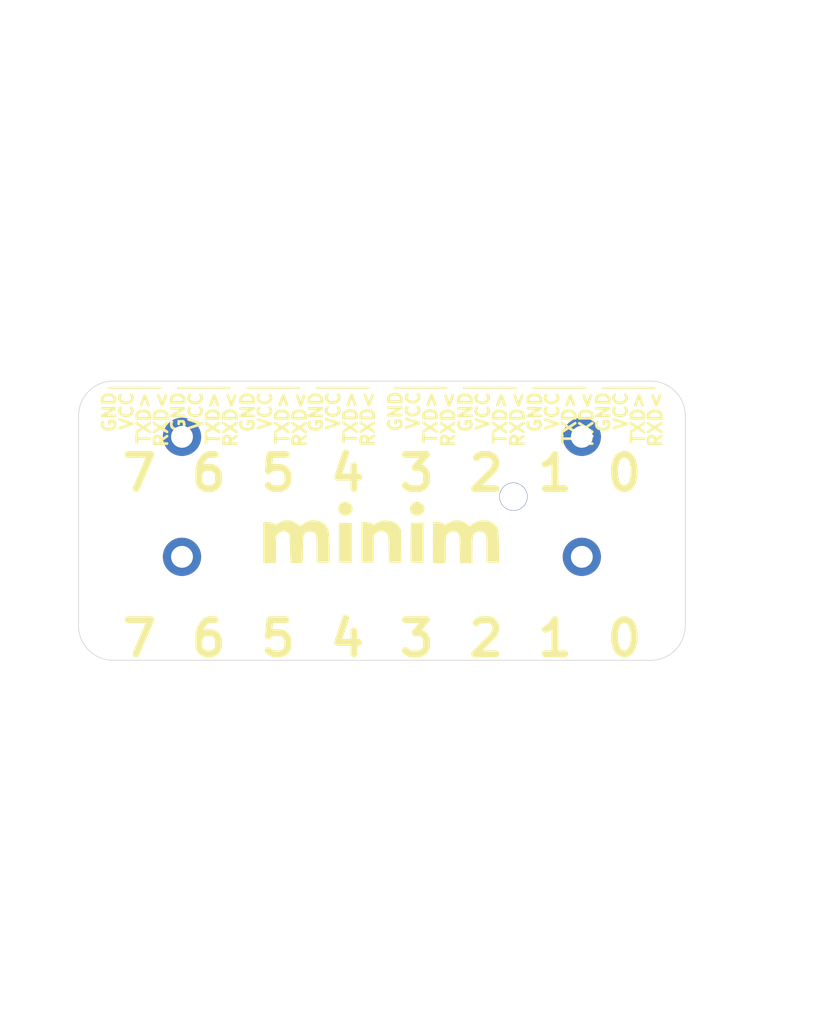
<source format=kicad_pcb>
(kicad_pcb (version 20211014) (generator pcbnew)
  (layers (0 "F.Cu" signal) (31 "B.Cu" signal) (34 "B.Paste" user) (35 "F.Paste" user) (36 "B.SilkS" user "B.Silkscreen") (37 "F.SilkS" user "F.Silkscreen") (38 "B.Mask" user) (39 "F.Mask" user) (44 "Edge.Cuts" user))
  (net 0 "")
  (footprint "tom-mechanical:MountingHole_3.2mm_M3_DIN965_Pad" (layer "F.Cu") (at 142.32 71.53)
    (fp_text reference "J2" hide)
    (fp_text value "Conn_01x01" hide)
    (pad "1" thru_hole circle locked (at 0 0) (size 5.6 5.6) (drill 3.2) (layers *.Cu *.Mask))
  )
  (footprint "tom-mechanical:MountingHole_3.2mm_M3_DIN965_Pad" (layer "F.Cu") (at 83.74 71.53)
    (fp_text reference "J3" hide)
    (fp_text value "Conn_01x01" hide)
    (pad "1" thru_hole circle locked (at 0 0) (size 5.6 5.6) (drill 3.2) (layers *.Cu *.Mask))
  )
  (footprint "library:minim-logo-black-small" (layer "F.Cu") (at 113.03 85.5)
    (fp_text reference "G***" hide)
    (fp_text value "LOGO" hide)
    (fp_poly (pts (xy 1.210278 -1.668898) (xy 1.729509 -1.505252) (xy 2.159635 -1.231997) (xy 2.499521 -0.849717) (xy 2.595959 -0.692067) (xy 2.802514 -0.319274) (xy 2.846568 4.469832) (xy 1.003449 4.469832) (xy 0.980635 2.536452) (xy 0.972214 1.918269) (xy 0.961277 1.425199) (xy 0.945015 1.040459) (xy 0.920621 0.747264) (xy 0.885286 0.528828) (xy 0.836202 0.368367) (xy 0.77056 0.249096) (xy 0.685554 0.15423) (xy 0.578373 0.066983) (xy 0.565934 0.05774) (xy 0.26049 -0.085489) (xy -0.094315 -0.12216) (xy -0.459855 -0.057043) (xy -0.797506 0.105091) (xy -0.971273 0.247585) (xy -1.206146 0.482458) (xy -1.206146 4.469832) (xy -2.979889 4.469832) (xy -2.979889 -1.509627) (xy -2.354435 -1.473965) (xy -1.987833 -1.442449) (xy -1.720344 -1.390803) (xy -1.509598 -1.309784) (xy -1.446886 -1.27595) (xy -1.164791 -1.113597) (xy -0.883932 -1.299012) (xy -0.454926 -1.533646) (xy -0.009397 -1.669593) (xy 0.502312 -1.720992) (xy 0.603072 -1.72235)) (layer "F.SilkS") (width 0) (fill solid))
    (fp_poly (pts (xy 6.101676 4.469832) (xy 4.184476 4.469832) (xy 4.202992 1.507681) (xy 4.207674 0.782506) (xy 4.212249 0.186707) (xy 4.217405 -0.292234) (xy 4.223827 -0.66684) (xy 4.232201 -0.94963) (xy 4.243214 -1.153124) (xy 4.257553 -1.289843) (xy 4.275903 -1.372307) (xy 4.298951 -1.413037) (xy 4.327382 -1.424552) (xy 4.361884 -1.419374) (xy 4.363407 -1.418995) (xy 4.529021 -1.397706) (xy 4.786168 -1.386306) (xy 5.092519 -1.38419) (xy 5.405748 -1.390756) (xy 5.683525 -1.405398) (xy 5.883523 -1.427514) (xy 5.942039 -1.441513) (xy 6.101676 -1.499507)) (layer "F.SilkS") (width 0) (fill solid))
    (fp_poly (pts (xy -4.398883 4.469832) (xy -6.314525 4.469832) (xy -6.314525 -1.348045) (xy -4.398883 -1.348045)) (layer "F.SilkS") (width 0) (fill solid))
    (fp_poly (pts (xy 5.347337 -4.432068) (xy 5.680795 -4.316892) (xy 5.964333 -4.12499) (xy 6.103733 -3.960274) (xy 6.211692 -3.677849) (xy 6.232122 -3.353754) (xy 6.168656 -3.04168) (xy 6.024932 -2.795322) (xy 6.024843 -2.795228) (xy 5.707257 -2.549736) (xy 5.342196 -2.424465) (xy 4.959697 -2.424739) (xy 4.610625 -2.544477) (xy 4.332129 -2.76125) (xy 4.162187 -3.036395) (xy 4.095267 -3.343902) (xy 4.125836 -3.657762) (xy 4.248362 -3.951968) (xy 4.457313 -4.200509) (xy 4.747158 -4.377378) (xy 5.015389 -4.447495)) (layer "F.SilkS") (width 0) (fill solid))
    (fp_poly (pts (xy -5.197225 -4.445692) (xy -4.860043 -4.327927) (xy -4.560947 -4.113637) (xy -4.364691 -3.827353) (xy -4.279295 -3.498788) (xy -4.312775 -3.157654) (xy -4.461239 -2.850059) (xy -4.709472 -2.615159) (xy -5.033941 -2.46657) (xy -5.392156 -2.412881) (xy -5.741631 -2.462686) (xy -5.938595 -2.551318) (xy -6.195026 -2.780381) (xy -6.351783 -3.072775) (xy -6.410131 -3.397305) (xy -6.371336 -3.722777) (xy -6.236662 -4.017996) (xy -6.007375 -4.251768) (xy -5.866385 -4.331951) (xy -5.516377 -4.447172)) (layer "F.SilkS") (width 0) (fill solid))
    (fp_poly (pts (xy 11.705094 -1.65626) (xy 12.202278 -1.429579) (xy 12.551765 -1.167954) (xy 12.847334 -0.900925) (xy 13.146153 -1.128063) (xy 13.577299 -1.421295) (xy 13.976993 -1.610038) (xy 14.388979 -1.710143) (xy 14.828491 -1.737579) (xy 15.37517 -1.704552) (xy 15.822835 -1.600087) (xy 16.200453 -1.414031) (xy 16.533019 -1.140219) (xy 16.682395 -0.985822) (xy 16.804234 -0.840147) (xy 16.901556 -0.687007) (xy 16.97738 -0.510219) (xy 17.034729 -0.293597) (xy 17.076622 -0.020956) (xy 17.10608 0.323889) (xy 17.126124 0.757122) (xy 17.139774 1.29493) (xy 17.150051 1.953498) (xy 17.152987 2.181703) (xy 17.181717 4.469832) (xy 15.325139 4.469832) (xy 15.324744 2.642877) (xy 15.321939 2.133367) (xy 15.314256 1.658411) (xy 15.302457 1.240353) (xy 15.287301 0.901532) (xy 15.269549 0.664291) (xy 15.253902 0.562329) (xy 15.125172 0.270795) (xy 14.91846 0.078132) (xy 14.615167 -0.028836) (xy 14.379218 -0.057358) (xy 14.123319 -0.066911) (xy 13.954941 -0.046222) (xy 13.820715 0.018092) (xy 13.697841 0.113487) (xy 13.576359 0.221922) (xy 13.480151 0.331455) (xy 13.406279 0.459462) (xy 13.351806 0.623317) (xy 13.313794 0.840398) (xy 13.289306 1.128078) (xy 13.275403 1.503734) (xy 13.269149 1.984741) (xy 13.267606 2.588475) (xy 13.267597 2.658335) (xy 13.267597 4.540782) (xy 11.432917 4.540782) (xy 11.410173 2.571927) (xy 11.401964 1.948996) (xy 11.391405 1.451269) (xy 11.375652 1.062054) (xy 11.351861 0.764657) (xy 11.317187 0.542384) (xy 11.268785 0.378542) (xy 11.203811 0.256437) (xy 11.119421 0.159375) (xy 11.012769 0.070664) (xy 10.979749 0.045948) (xy 10.737302 -0.065892) (xy 10.429609 -0.098239) (xy 10.093886 -0.05349) (xy 9.818314 0.092919) (xy 9.57135 0.35923) (xy 9.525 0.424976) (xy 9.477676 0.498856) (xy 9.440767 0.576609) (xy 9.412979 0.675855) (xy 9.393018 0.814216) (xy 9.379591 1.009311) (xy 9.371406 1.27876) (xy 9.367168 1.640184) (xy 9.365586 2.111203) (xy 9.365363 2.600157) (xy 9.365363 4.540782) (xy 8.44079 4.540782) (xy 8.026685 4.536463) (xy 7.739523 4.522597) (xy 7.564583 4.497821) (xy 7.487144 4.460773) (xy 7.482158 4.452026) (xy 7.475233 4.363901) (xy 7.469671 4.149327) (xy 7.465551 3.823745) (xy 7.462954 3.4026) (xy 7.461959 2.901335) (xy 7.462647 2.335392) (xy 7.465096 1.720216) (xy 7.466647 1.4544) (xy 7.485195 -1.45447) (xy 7.981843 -1.47694) (xy 8.470873 -1.465761) (xy 8.842692 -1.383231) (xy 9.094311 -1.230057) (xy 9.114166 -1.20932) (xy 9.192415 -1.132548) (xy 9.265629 -1.115425) (xy 9.374459 -1.165087) (xy 9.557243 -1.287076) (xy 10.081917 -1.572197) (xy 10.626836 -1.728289) (xy 11.17392 -1.75607)) (layer "F.SilkS") (width 0) (fill solid))
    (fp_poly (pts (xy -13.066945 -1.623975) (xy -12.550473 -1.361557) (xy -12.189888 -1.079127) (xy -11.99905 -0.903987) (xy -11.657765 -1.152582) (xy -11.234754 -1.432414) (xy -10.854961 -1.615649) (xy -10.477023 -1.719619) (xy -10.228197 -1.751652) (xy -9.654153 -1.743734) (xy -9.12572 -1.627075) (xy -8.661814 -1.410559) (xy -8.281354 -1.103069) (xy -8.003256 -0.713488) (xy -7.998774 -0.704736) (xy -7.908624 -0.503958) (xy -7.835669 -0.281293) (xy -7.778232 -0.0201) (xy -7.734634 0.296267) (xy -7.703197 0.684449) (xy -7.682241 1.161091) (xy -7.67009 1.742836) (xy -7.665064 2.446326) (xy -7.664761 2.607402) (xy -7.66257 4.469832) (xy -9.578213 4.469832) (xy -9.578213 2.515191) (xy -9.579399 1.887202) (xy -9.584779 1.385124) (xy -9.597081 0.992978) (xy -9.619035 0.694782) (xy -9.653371 0.474557) (xy -9.702819 0.316322) (xy -9.770109 0.204097) (xy -9.85797 0.121901) (xy -9.969132 0.053754) (xy -10.001589 0.036675) (xy -10.268989 -0.045788) (xy -10.587251 -0.065878) (xy -10.890797 -0.024112) (xy -11.065331 0.045091) (xy -11.193341 0.12646) (xy -11.295493 0.213726) (xy -11.375058 0.32333) (xy -11.43531 0.471711) (xy -11.479521 0.675309) (xy -11.510964 0.950565) (xy -11.532911 1.313917) (xy -11.548634 1.781806) (xy -11.561407 2.370671) (xy -11.564805 2.554189) (xy -11.60028 4.505307) (xy -13.387472 4.544857) (xy -13.43396 3.680283) (xy -13.451462 3.274059) (xy -13.465953 2.784007) (xy -13.476053 2.268191) (xy -13.480381 1.784674) (xy -13.480447 1.72485) (xy -13.486344 1.209886) (xy -13.504627 0.82416) (xy -13.53619 0.555478) (xy -13.577192 0.402447) (xy -13.755531 0.137757) (xy -14.010274 -0.032138) (xy -14.312182 -0.107181) (xy -14.632017 -0.087312) (xy -14.940539 0.027527) (xy -15.20851 0.237393) (xy -15.33152 0.398947) (xy -15.382447 0.484059) (xy -15.422102 0.567941) (xy -15.451897 0.668653) (xy -15.473239 0.804255) (xy -15.48754 0.992806) (xy -15.496208 1.252365) (xy -15.500654 1.600991) (xy -15.502286 2.056744) (xy -15.502514 2.589664) (xy -15.502514 4.505307) (xy -16.442598 4.525104) (xy -17.382682 4.5449) (xy -17.382682 -1.489945) (xy -16.812805 -1.489945) (xy -16.319214 -1.458927) (xy -15.953069 -1.365841) (xy -15.714188 -1.210639) (xy -15.694607 -1.188491) (xy -15.630546 -1.135596) (xy -15.546001 -1.140478) (xy -15.407094 -1.212931) (xy -15.245721 -1.31827) (xy -14.711445 -1.600143) (xy -14.161106 -1.744338) (xy -13.608381 -1.751925)) (layer "F.SilkS") (width 0) (fill solid))
  )
  (footprint "tom-mechanical:MountingHole_3.2mm_M3_DIN965_Pad" (layer "F.Cu") (at 142.32 89.11)
    (fp_text reference "J4" hide)
    (fp_text value "Conn_01x01" hide)
    (pad "1" thru_hole circle locked (at 0 0) (size 5.6 5.6) (drill 3.2) (layers *.Cu *.Mask))
  )
  (footprint "tom-mechanical:MountingHole_3.2mm_M3_DIN965_Pad" (layer "F.Cu") (at 83.74 89.11)
    (fp_text reference "J5" hide)
    (fp_text value "Conn_01x01" hide)
    (pad "1" thru_hole circle locked (at 0 0) (size 5.6 5.6) (drill 3.2) (layers *.Cu *.Mask))
  )
  (gr_line (start 135.2025 64.35) (end 142.8225 64.35) (layer "F.SilkS") (width 0.3))
  (gr_line (start 93.2925 64.35) (end 100.9125 64.35) (layer "F.SilkS") (width 0.3))
  (gr_line (start 103.4525 64.35) (end 111.0725 64.35) (layer "F.SilkS") (width 0.3))
  (gr_line (start 72.9725 64.35) (end 80.5925 64.35) (layer "F.SilkS") (width 0.3))
  (gr_line (start 145.3625 64.35) (end 152.9825 64.35) (layer "F.SilkS") (width 0.3))
  (gr_line (start 83.1325 64.35) (end 90.7525 64.35) (layer "F.SilkS") (width 0.3))
  (gr_line (start 114.8825 64.35) (end 122.5025 64.35) (layer "F.SilkS") (width 0.3))
  (gr_line (start 125.0425 64.35) (end 132.6625 64.35) (layer "F.SilkS") (width 0.3))
  (gr_line (start 68.58 99.19) (end 68.58 68.45) (layer "Edge.Cuts") (width 0.1))
  (gr_line (start 73.66 104.27) (end 152.4 104.27) (layer "Edge.Cuts") (width 0.1))
  (gr_arc (start 152.4 63.37) (mid 155.992102 64.857898) (end 157.48 68.45) (layer "Edge.Cuts") (width 0.1))
  (gr_arc (start 68.58 68.45) (mid 70.067898 64.857898) (end 73.66 63.37) (layer "Edge.Cuts") (width 0.1))
  (gr_line (start 152.4 63.37) (end 73.66 63.37) (layer "Edge.Cuts") (width 0.1))
  (gr_line (start 157.48 68.45) (end 157.48 99.19) (layer "Edge.Cuts") (width 0.1))
  (gr_arc (start 157.48 99.19) (mid 155.992102 102.782102) (end 152.4 104.27) (layer "Edge.Cuts") (width 0.1))
  (gr_arc (start 73.66 104.27) (mid 70.067898 102.782102) (end 68.58 99.19) (layer "Edge.Cuts") (width 0.1))
  (gr_text "7" (at 77.49 101.05) (layer "F.SilkS") (effects (font (size 5 5) (thickness 1))))
  (gr_text "1" (at 138.39 76.85) (layer "F.SilkS") (effects (font (size 5 5) (thickness 1))))
  (gr_text "0" (at 148.55 76.85) (layer "F.SilkS") (effects (font (size 5 5) (thickness 1))))
  (gr_text "VCC" (at 105.9125 64.7 90) (layer "F.SilkS") (effects (font (size 1.9 1.9) (thickness 0.4)) (justify right)))
  (gr_text "TXD>" (at 140.49 64.75 90) (layer "F.SilkS") (effects (font (size 1.9 1.9) (thickness 0.4)) (justify right)))
  (gr_text "TXD>" (at 98.45125 64.75 90) (layer "F.SilkS") (effects (font (size 1.9 1.9) (thickness 0.4)) (justify right)))
  (gr_text "7" (at 77.49 76.85) (layer "F.SilkS") (effects (font (size 5 5) (thickness 1))))
  (gr_text "5" (at 97.81 101.05) (layer "F.SilkS") (effects (font (size 5 5) (thickness 1))))
  (gr_text "4" (at 107.97 76.85) (layer "F.SilkS") (effects (font (size 5 5) (thickness 1))))
  (gr_text "2" (at 128.29 101.05) (layer "F.SilkS") (effects (font (size 5 5) (thickness 1))))
  (gr_text "4" (at 107.97 101.05) (layer "F.SilkS") (effects (font (size 5 5) (thickness 1))))
  (gr_text "GND" (at 145.48 64.75 90) (layer "F.SilkS") (effects (font (size 1.9 1.9) (thickness 0.4)) (justify right)))
  (gr_text "VCC" (at 137.98 64.75 90) (layer "F.SilkS") (effects (font (size 1.9 1.9) (thickness 0.4)) (justify right)))
  (gr_text "1" (at 138.39 101.05) (layer "F.SilkS") (effects (font (size 5 5) (thickness 1))))
  (gr_text "GND" (at 83.21 64.75 90) (layer "F.SilkS") (effects (font (size 1.9 1.9) (thickness 0.4)) (justify right)))
  (gr_text "TXD>" (at 78.15125 64.75 90) (layer "F.SilkS") (effects (font (size 1.9 1.9) (thickness 0.4)) (justify right)))
  (gr_text "RXD<" (at 142.99 64.75 90) (layer "F.SilkS") (effects (font (size 1.9 1.9) (thickness 0.4)) (justify right)))
  (gr_text "GND" (at 125.28 64.75 90) (layer "F.SilkS") (effects (font (size 1.9 1.9) (thickness 0.4)) (justify right)))
  (gr_text "3" (at 118.13 101.05) (layer "F.SilkS") (effects (font (size 5 5) (thickness 1))))
  (gr_text "GND" (at 73.07125 64.75 90) (layer "F.SilkS") (effects (font (size 1.9 1.9) (thickness 0.4)) (justify right)))
  (gr_text "VCC" (at 85.76 64.75 90) (layer "F.SilkS") (effects (font (size 1.9 1.9) (thickness 0.4)) (justify right)))
  (gr_text "VCC" (at 95.91125 64.75 90) (layer "F.SilkS") (effects (font (size 1.9 1.9) (thickness 0.4)) (justify right)))
  (gr_text "VCC" (at 75.61125 64.75 90) (layer "F.SilkS") (effects (font (size 1.9 1.9) (thickness 0.4)) (justify right)))
  (gr_text "TXD>\n" (at 108.44 64.7 90) (layer "F.SilkS") (effects (font (size 1.9 1.9) (thickness 0.4)) (justify right)))
  (gr_text "TXD>" (at 88.3 64.75 90) (layer "F.SilkS") (effects (font (size 1.9 1.9) (thickness 0.4)) (justify right)))
  (gr_text "GND" (at 135.44 64.75 90) (layer "F.SilkS") (effects (font (size 1.9 1.9) (thickness 0.4)) (justify right)))
  (gr_text "6" (at 87.65 101.05) (layer "F.SilkS") (effects (font (size 5 5) (thickness 1))))
  (gr_text "TXD>" (at 120.16 64.7 90) (layer "F.SilkS") (effects (font (size 1.9 1.9) (thickness 0.4)) (justify right)))
  (gr_text "0" (at 148.55 101.05) (layer "F.SilkS") (effects (font (size 5 5) (thickness 1))))
  (gr_text "TXD>" (at 150.56 64.75 90) (layer "F.SilkS") (effects (font (size 1.9 1.9) (thickness 0.4)) (justify right)))
  (gr_text "3" (at 118.13 76.85) (layer "F.SilkS") (effects (font (size 5 5) (thickness 1))))
  (gr_text "RXD<" (at 110.98 64.7 90) (layer "F.SilkS") (effects (font (size 1.9 1.9) (thickness 0.4)) (justify right)))
  (gr_text "2" (at 128.29 76.85) (layer "F.SilkS") (effects (font (size 5 5) (thickness 1))))
  (gr_text "RXD<" (at 153.1 64.75 90) (layer "F.SilkS") (effects (font (size 1.9 1.9) (thickness 0.4)) (justify right)))
  (gr_text "6" (at 87.65 76.85) (layer "F.SilkS") (effects (font (size 5 5) (thickness 1))))
  (gr_text "RXD<" (at 100.99125 64.75 90) (layer "F.SilkS") (effects (font (size 1.9 1.9) (thickness 0.4)) (justify right)))
  (gr_text "RXD<" (at 90.85125 64.75 90) (layer "F.SilkS") (effects (font (size 1.9 1.9) (thickness 0.4)) (justify right)))
  (gr_text "VCC" (at 127.82 64.75 90) (layer "F.SilkS") (effects (font (size 1.9 1.9) (thickness 0.4)) (justify right)))
  (gr_text "5" (at 97.81 76.85) (layer "F.SilkS") (effects (font (size 5 5) (thickness 1))))
  (gr_text "RXD<" (at 132.9 64.75 90) (layer "F.SilkS") (effects (font (size 1.9 1.9) (thickness 0.4)) (justify right)))
  (gr_text "GND" (at 103.3725 64.75 90) (layer "F.SilkS") (effects (font (size 1.9 1.9) (thickness 0.4)) (justify right)))
  (gr_text "RXD<" (at 122.74 64.75 90) (layer "F.SilkS") (effects (font (size 1.9 1.9) (thickness 0.4)) (justify right)))
  (gr_text "TXD>" (at 88.31125 64.75 90) (layer "F.SilkS") (effects (font (size 1.9 1.9) (thickness 0.4)) (justify right)))
  (gr_text "TXD>" (at 130.36 64.75 90) (layer "F.SilkS") (effects (font (size 1.9 1.9) (thickness 0.4)) (justify right)))
  (gr_text "GND" (at 93.37125 64.75 90) (layer "F.SilkS") (effects (font (size 1.9 1.9) (thickness 0.4)) (justify right)))
  (gr_text "VCC" (at 117.61 64.65 90) (layer "F.SilkS") (effects (font (size 1.9 1.9) (thickness 0.4)) (justify right)))
  (gr_text "RXD<" (at 80.69 64.75 90) (layer "F.SilkS") (effects (font (size 1.9 1.9) (thickness 0.4)) (justify right)))
  (gr_text "VCC" (at 148.02 64.75 90) (layer "F.SilkS") (effects (font (size 1.9 1.9) (thickness 0.4)) (justify right)))
  (gr_text "GND" (at 115.01 64.65 90) (layer "F.SilkS") (effects (font (size 1.9 1.9) (thickness 0.4)) (justify right)))
  (via (at 132.3 80.3) (size 4.1) (drill 4) (layers "F.Cu" "B.Cu") (net 0))
)
</source>
